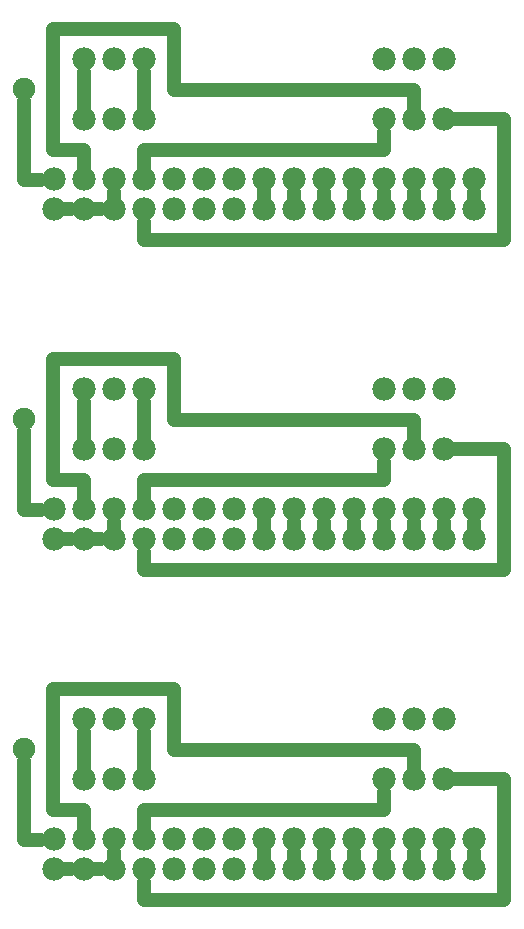
<source format=gbl>
G04 MADE WITH FRITZING*
G04 WWW.FRITZING.ORG*
G04 DOUBLE SIDED*
G04 HOLES PLATED*
G04 CONTOUR ON CENTER OF CONTOUR VECTOR*
%ASAXBY*%
%FSLAX23Y23*%
%MOIN*%
%OFA0B0*%
%SFA1.0B1.0*%
%ADD10C,0.078000*%
%ADD11C,0.075433*%
%ADD12C,0.048000*%
%LNCOPPER0*%
G90*
G70*
G54D10*
X608Y921D03*
X708Y921D03*
X808Y921D03*
X1608Y921D03*
X1708Y921D03*
X1808Y921D03*
X1608Y721D03*
X1708Y721D03*
X1808Y721D03*
X1608Y2921D03*
X1708Y2921D03*
X1808Y2921D03*
X1608Y1821D03*
X1708Y1821D03*
X1808Y1821D03*
X608Y721D03*
X708Y721D03*
X808Y721D03*
X608Y2921D03*
X708Y2921D03*
X808Y2921D03*
X608Y1821D03*
X708Y1821D03*
X808Y1821D03*
G54D11*
X408Y3021D03*
X408Y1921D03*
X408Y821D03*
G54D10*
X1908Y2721D03*
X1808Y2721D03*
X1708Y2721D03*
X1608Y2721D03*
X1508Y2721D03*
X1408Y2721D03*
X1308Y2721D03*
X1208Y2721D03*
X1108Y2721D03*
X1008Y2721D03*
X908Y2721D03*
X808Y2721D03*
X708Y2721D03*
X608Y2721D03*
X508Y2721D03*
X1908Y521D03*
X1808Y521D03*
X1708Y521D03*
X1608Y521D03*
X1508Y521D03*
X1408Y521D03*
X1308Y521D03*
X1208Y521D03*
X1108Y521D03*
X1008Y521D03*
X908Y521D03*
X808Y521D03*
X708Y521D03*
X608Y521D03*
X508Y521D03*
X1908Y1621D03*
X1808Y1621D03*
X1708Y1621D03*
X1608Y1621D03*
X1508Y1621D03*
X1408Y1621D03*
X1308Y1621D03*
X1208Y1621D03*
X1108Y1621D03*
X1008Y1621D03*
X908Y1621D03*
X808Y1621D03*
X708Y1621D03*
X608Y1621D03*
X508Y1621D03*
X1908Y2621D03*
X1808Y2621D03*
X1708Y2621D03*
X1608Y2621D03*
X1508Y2621D03*
X1408Y2621D03*
X1308Y2621D03*
X1208Y2621D03*
X1108Y2621D03*
X1008Y2621D03*
X908Y2621D03*
X808Y2621D03*
X708Y2621D03*
X608Y2621D03*
X508Y2621D03*
X1908Y1521D03*
X1808Y1521D03*
X1708Y1521D03*
X1608Y1521D03*
X1508Y1521D03*
X1408Y1521D03*
X1308Y1521D03*
X1208Y1521D03*
X1108Y1521D03*
X1008Y1521D03*
X908Y1521D03*
X808Y1521D03*
X708Y1521D03*
X608Y1521D03*
X508Y1521D03*
X1908Y421D03*
X1808Y421D03*
X1708Y421D03*
X1608Y421D03*
X1508Y421D03*
X1408Y421D03*
X1308Y421D03*
X1208Y421D03*
X1108Y421D03*
X1008Y421D03*
X908Y421D03*
X808Y421D03*
X708Y421D03*
X608Y421D03*
X508Y421D03*
X608Y2021D03*
X708Y2021D03*
X808Y2021D03*
X1608Y2021D03*
X1708Y2021D03*
X1808Y2021D03*
X608Y3121D03*
X708Y3121D03*
X808Y3121D03*
X1608Y3121D03*
X1708Y3121D03*
X1808Y3121D03*
G54D12*
X808Y1979D02*
X808Y1862D01*
D02*
X808Y3079D02*
X808Y2962D01*
D02*
X808Y879D02*
X808Y762D01*
D02*
X608Y1662D02*
X608Y1720D01*
D02*
X608Y2762D02*
X608Y2820D01*
D02*
X608Y562D02*
X608Y620D01*
D02*
X507Y1720D02*
X507Y2121D01*
D02*
X608Y2820D02*
X507Y2820D01*
D02*
X507Y2820D02*
X507Y3221D01*
D02*
X608Y620D02*
X507Y620D01*
D02*
X608Y1720D02*
X507Y1720D01*
D02*
X507Y620D02*
X507Y1021D01*
D02*
X908Y3221D02*
X910Y3205D01*
D02*
X908Y2121D02*
X910Y2105D01*
D02*
X507Y3221D02*
X908Y3221D01*
D02*
X507Y1021D02*
X908Y1021D01*
D02*
X507Y2121D02*
X908Y2121D01*
D02*
X908Y1021D02*
X910Y1005D01*
D02*
X908Y3020D02*
X1509Y3020D01*
D02*
X910Y3205D02*
X908Y3020D01*
D02*
X1509Y3020D02*
X1708Y3020D01*
D02*
X1509Y1920D02*
X1708Y1920D01*
D02*
X910Y2105D02*
X908Y1920D01*
D02*
X1509Y820D02*
X1708Y820D01*
D02*
X910Y1005D02*
X908Y820D01*
D02*
X908Y820D02*
X1509Y820D01*
D02*
X908Y1920D02*
X1509Y1920D01*
D02*
X1708Y1920D02*
X1708Y1862D01*
D02*
X1708Y3020D02*
X1708Y2962D01*
D02*
X1708Y820D02*
X1708Y762D01*
D02*
X608Y1979D02*
X608Y1862D01*
D02*
X608Y3079D02*
X608Y2962D01*
D02*
X608Y879D02*
X608Y762D01*
D02*
X808Y379D02*
X808Y320D01*
D02*
X808Y1479D02*
X808Y1420D01*
D02*
X808Y2579D02*
X808Y2520D01*
D02*
X808Y1420D02*
X2008Y1420D01*
D02*
X808Y2520D02*
X2008Y2520D01*
D02*
X808Y320D02*
X2008Y320D01*
D02*
X2008Y2520D02*
X2009Y2921D01*
D02*
X2008Y320D02*
X2009Y721D01*
D02*
X2008Y1420D02*
X2009Y1821D01*
D02*
X2009Y2921D02*
X1849Y2921D01*
D02*
X2009Y721D02*
X1849Y721D01*
D02*
X2009Y1821D02*
X1849Y1821D01*
D02*
X1308Y2679D02*
X1308Y2662D01*
D02*
X1308Y1579D02*
X1308Y1562D01*
D02*
X1308Y479D02*
X1308Y462D01*
D02*
X1608Y1579D02*
X1608Y1562D01*
D02*
X1608Y2679D02*
X1608Y2662D01*
D02*
X1608Y479D02*
X1608Y462D01*
D02*
X1808Y2679D02*
X1808Y2662D01*
D02*
X1808Y1579D02*
X1808Y1562D01*
D02*
X1808Y479D02*
X1808Y462D01*
D02*
X1708Y2679D02*
X1708Y2662D01*
D02*
X1708Y479D02*
X1708Y462D01*
D02*
X1708Y1579D02*
X1708Y1562D01*
D02*
X1408Y2679D02*
X1408Y2662D01*
D02*
X1408Y479D02*
X1408Y462D01*
D02*
X1408Y1579D02*
X1408Y1562D01*
D02*
X1908Y2679D02*
X1908Y2662D01*
D02*
X1908Y1579D02*
X1908Y1562D01*
D02*
X1908Y479D02*
X1908Y462D01*
D02*
X708Y2662D02*
X708Y2679D01*
D02*
X708Y1562D02*
X708Y1579D01*
D02*
X708Y462D02*
X708Y479D01*
D02*
X1508Y1579D02*
X1508Y1562D01*
D02*
X1508Y2679D02*
X1508Y2662D01*
D02*
X1508Y479D02*
X1508Y462D01*
D02*
X408Y2720D02*
X467Y2720D01*
D02*
X408Y2981D02*
X408Y2720D01*
D02*
X408Y1620D02*
X467Y1620D01*
D02*
X408Y781D02*
X408Y520D01*
D02*
X408Y520D02*
X467Y520D01*
D02*
X408Y1881D02*
X408Y1620D01*
D02*
X808Y2820D02*
X808Y2762D01*
D02*
X1608Y2879D02*
X1608Y2820D01*
D02*
X1608Y1779D02*
X1608Y1720D01*
D02*
X1608Y2820D02*
X808Y2820D01*
D02*
X1608Y1720D02*
X808Y1720D01*
D02*
X1608Y679D02*
X1608Y620D01*
D02*
X808Y620D02*
X808Y562D01*
D02*
X1608Y620D02*
X808Y620D01*
D02*
X808Y1720D02*
X808Y1662D01*
D02*
X649Y1521D02*
X667Y1521D01*
D02*
X649Y2621D02*
X667Y2621D01*
D02*
X649Y421D02*
X667Y421D01*
D02*
X567Y1521D02*
X549Y1521D01*
D02*
X567Y2621D02*
X549Y2621D01*
D02*
X567Y421D02*
X549Y421D01*
D02*
X1208Y451D02*
X1208Y491D01*
D02*
X1208Y1551D02*
X1208Y1591D01*
D02*
X1208Y2651D02*
X1208Y2691D01*
G04 End of Copper0*
M02*
</source>
